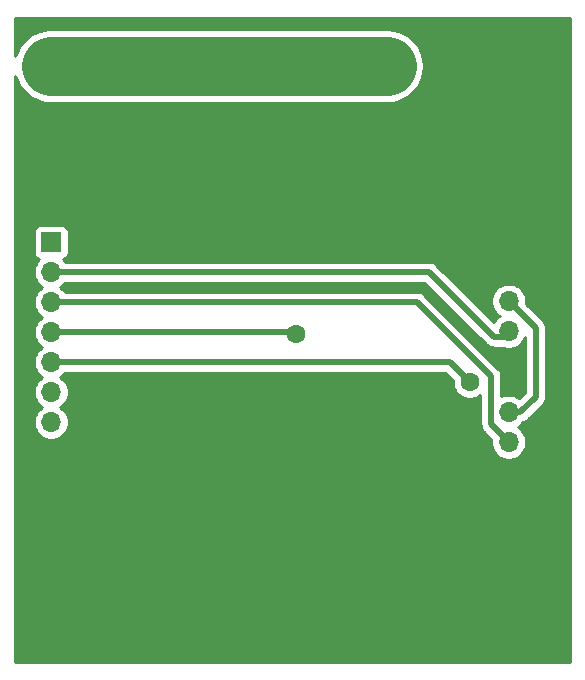
<source format=gbr>
G04 #@! TF.GenerationSoftware,KiCad,Pcbnew,5.1.5+dfsg1-2build2*
G04 #@! TF.CreationDate,2022-04-05T15:01:20-04:00*
G04 #@! TF.ProjectId,maghand,6d616768-616e-4642-9e6b-696361645f70,rev?*
G04 #@! TF.SameCoordinates,Original*
G04 #@! TF.FileFunction,Copper,L2,Bot*
G04 #@! TF.FilePolarity,Positive*
%FSLAX46Y46*%
G04 Gerber Fmt 4.6, Leading zero omitted, Abs format (unit mm)*
G04 Created by KiCad (PCBNEW 5.1.5+dfsg1-2build2) date 2022-04-05 15:01:20*
%MOMM*%
%LPD*%
G04 APERTURE LIST*
%ADD10O,1.700000X1.700000*%
%ADD11R,1.700000X1.700000*%
%ADD12C,2.000000*%
%ADD13C,1.600000*%
%ADD14C,5.000000*%
%ADD15C,0.500000*%
%ADD16C,0.254000*%
G04 APERTURE END LIST*
D10*
X126238000Y-52578000D03*
X126238000Y-55118000D03*
D11*
X126238000Y-57658000D03*
D10*
X126238000Y-61976000D03*
X126238000Y-64516000D03*
D11*
X126238000Y-67056000D03*
D10*
X87500000Y-65370000D03*
X87500000Y-62830000D03*
X87500000Y-60290000D03*
X87500000Y-57750000D03*
X87500000Y-55210000D03*
X87500000Y-52670000D03*
X87500000Y-50130000D03*
D11*
X87500000Y-47590000D03*
D12*
X87500000Y-32680000D03*
X99146000Y-32680000D03*
X115910000Y-32680000D03*
X92456000Y-40894000D03*
X100330000Y-69596000D03*
X102870000Y-69596000D03*
X114808000Y-69850000D03*
X117602000Y-69850000D03*
X115570000Y-78232000D03*
X118618000Y-78232000D03*
X121666000Y-78232000D03*
X94234000Y-46482000D03*
X91186000Y-59690000D03*
X107442000Y-60198000D03*
X87376000Y-73914000D03*
X87376000Y-77216000D03*
X124460000Y-37338000D03*
X107950000Y-37592000D03*
X92456000Y-38100000D03*
D13*
X120650000Y-43434000D03*
X108204000Y-55372000D03*
X122936000Y-59436000D03*
D14*
X115910000Y-32680000D02*
X87500000Y-32680000D01*
D15*
X128524000Y-54864000D02*
X126238000Y-52578000D01*
X128524000Y-60686000D02*
X128524000Y-54864000D01*
X127234000Y-61976000D02*
X128524000Y-60686000D01*
X125984000Y-61976000D02*
X127234000Y-61976000D01*
X108042000Y-55210000D02*
X108204000Y-55372000D01*
X87500000Y-55210000D02*
X108042000Y-55210000D01*
X89529599Y-57750000D02*
X87500000Y-57750000D01*
X121250000Y-57750000D02*
X89529599Y-57750000D01*
X122936000Y-59436000D02*
X121250000Y-57750000D01*
X125388001Y-63666001D02*
X126238000Y-64516000D01*
X124731599Y-63009599D02*
X125388001Y-63666001D01*
X124731599Y-58945599D02*
X124731599Y-63009599D01*
X118456000Y-52670000D02*
X124731599Y-58945599D01*
X87500000Y-52670000D02*
X118456000Y-52670000D01*
X124968000Y-55626000D02*
X119472000Y-50130000D01*
X119472000Y-50130000D02*
X87500000Y-50130000D01*
X125984000Y-55626000D02*
X124968000Y-55626000D01*
D16*
G36*
X131420001Y-83160000D02*
G01*
X84480000Y-83160000D01*
X84480000Y-46740000D01*
X86011928Y-46740000D01*
X86011928Y-48440000D01*
X86024188Y-48564482D01*
X86060498Y-48684180D01*
X86119463Y-48794494D01*
X86198815Y-48891185D01*
X86295506Y-48970537D01*
X86405820Y-49029502D01*
X86478380Y-49051513D01*
X86346525Y-49183368D01*
X86184010Y-49426589D01*
X86072068Y-49696842D01*
X86015000Y-49983740D01*
X86015000Y-50276260D01*
X86072068Y-50563158D01*
X86184010Y-50833411D01*
X86346525Y-51076632D01*
X86553368Y-51283475D01*
X86727760Y-51400000D01*
X86553368Y-51516525D01*
X86346525Y-51723368D01*
X86184010Y-51966589D01*
X86072068Y-52236842D01*
X86015000Y-52523740D01*
X86015000Y-52816260D01*
X86072068Y-53103158D01*
X86184010Y-53373411D01*
X86346525Y-53616632D01*
X86553368Y-53823475D01*
X86727760Y-53940000D01*
X86553368Y-54056525D01*
X86346525Y-54263368D01*
X86184010Y-54506589D01*
X86072068Y-54776842D01*
X86015000Y-55063740D01*
X86015000Y-55356260D01*
X86072068Y-55643158D01*
X86184010Y-55913411D01*
X86346525Y-56156632D01*
X86553368Y-56363475D01*
X86727760Y-56480000D01*
X86553368Y-56596525D01*
X86346525Y-56803368D01*
X86184010Y-57046589D01*
X86072068Y-57316842D01*
X86015000Y-57603740D01*
X86015000Y-57896260D01*
X86072068Y-58183158D01*
X86184010Y-58453411D01*
X86346525Y-58696632D01*
X86553368Y-58903475D01*
X86727760Y-59020000D01*
X86553368Y-59136525D01*
X86346525Y-59343368D01*
X86184010Y-59586589D01*
X86072068Y-59856842D01*
X86015000Y-60143740D01*
X86015000Y-60436260D01*
X86072068Y-60723158D01*
X86184010Y-60993411D01*
X86346525Y-61236632D01*
X86553368Y-61443475D01*
X86727760Y-61560000D01*
X86553368Y-61676525D01*
X86346525Y-61883368D01*
X86184010Y-62126589D01*
X86072068Y-62396842D01*
X86015000Y-62683740D01*
X86015000Y-62976260D01*
X86072068Y-63263158D01*
X86184010Y-63533411D01*
X86346525Y-63776632D01*
X86553368Y-63983475D01*
X86796589Y-64145990D01*
X87066842Y-64257932D01*
X87353740Y-64315000D01*
X87646260Y-64315000D01*
X87933158Y-64257932D01*
X88203411Y-64145990D01*
X88446632Y-63983475D01*
X88653475Y-63776632D01*
X88815990Y-63533411D01*
X88927932Y-63263158D01*
X88985000Y-62976260D01*
X88985000Y-62683740D01*
X88927932Y-62396842D01*
X88815990Y-62126589D01*
X88653475Y-61883368D01*
X88446632Y-61676525D01*
X88272240Y-61560000D01*
X88446632Y-61443475D01*
X88653475Y-61236632D01*
X88815990Y-60993411D01*
X88927932Y-60723158D01*
X88985000Y-60436260D01*
X88985000Y-60143740D01*
X88927932Y-59856842D01*
X88815990Y-59586589D01*
X88653475Y-59343368D01*
X88446632Y-59136525D01*
X88272240Y-59020000D01*
X88446632Y-58903475D01*
X88653475Y-58696632D01*
X88694656Y-58635000D01*
X120883422Y-58635000D01*
X121507983Y-59259561D01*
X121501000Y-59294665D01*
X121501000Y-59577335D01*
X121556147Y-59854574D01*
X121664320Y-60115727D01*
X121821363Y-60350759D01*
X122021241Y-60550637D01*
X122256273Y-60707680D01*
X122517426Y-60815853D01*
X122794665Y-60871000D01*
X123077335Y-60871000D01*
X123354574Y-60815853D01*
X123615727Y-60707680D01*
X123846599Y-60553416D01*
X123846600Y-62966120D01*
X123842318Y-63009599D01*
X123859404Y-63183089D01*
X123910011Y-63349912D01*
X123992189Y-63503658D01*
X124075067Y-63604645D01*
X124075070Y-63604648D01*
X124102783Y-63638416D01*
X124136550Y-63666128D01*
X124767461Y-64297040D01*
X124753000Y-64369740D01*
X124753000Y-64662260D01*
X124810068Y-64949158D01*
X124922010Y-65219411D01*
X125084525Y-65462632D01*
X125291368Y-65669475D01*
X125534589Y-65831990D01*
X125804842Y-65943932D01*
X126091740Y-66001000D01*
X126384260Y-66001000D01*
X126671158Y-65943932D01*
X126941411Y-65831990D01*
X127184632Y-65669475D01*
X127391475Y-65462632D01*
X127553990Y-65219411D01*
X127665932Y-64949158D01*
X127723000Y-64662260D01*
X127723000Y-64369740D01*
X127665932Y-64082842D01*
X127553990Y-63812589D01*
X127391475Y-63569368D01*
X127184632Y-63362525D01*
X127010240Y-63246000D01*
X127184632Y-63129475D01*
X127391475Y-62922632D01*
X127449785Y-62835365D01*
X127574313Y-62797589D01*
X127728059Y-62715411D01*
X127862817Y-62604817D01*
X127890534Y-62571044D01*
X129119050Y-61342529D01*
X129152817Y-61314817D01*
X129263411Y-61180059D01*
X129345589Y-61026313D01*
X129396195Y-60859490D01*
X129409000Y-60729477D01*
X129409000Y-60729467D01*
X129413281Y-60686001D01*
X129409000Y-60642535D01*
X129409000Y-54907465D01*
X129413281Y-54863999D01*
X129409000Y-54820533D01*
X129409000Y-54820523D01*
X129396195Y-54690510D01*
X129345589Y-54523687D01*
X129263411Y-54369941D01*
X129152817Y-54235183D01*
X129119049Y-54207470D01*
X127708539Y-52796960D01*
X127723000Y-52724260D01*
X127723000Y-52431740D01*
X127665932Y-52144842D01*
X127553990Y-51874589D01*
X127391475Y-51631368D01*
X127184632Y-51424525D01*
X126941411Y-51262010D01*
X126671158Y-51150068D01*
X126384260Y-51093000D01*
X126091740Y-51093000D01*
X125804842Y-51150068D01*
X125534589Y-51262010D01*
X125291368Y-51424525D01*
X125084525Y-51631368D01*
X124922010Y-51874589D01*
X124810068Y-52144842D01*
X124753000Y-52431740D01*
X124753000Y-52724260D01*
X124810068Y-53011158D01*
X124922010Y-53281411D01*
X125084525Y-53524632D01*
X125291368Y-53731475D01*
X125465760Y-53848000D01*
X125291368Y-53964525D01*
X125084525Y-54171368D01*
X124956520Y-54362941D01*
X120128534Y-49534956D01*
X120100817Y-49501183D01*
X119966059Y-49390589D01*
X119812313Y-49308411D01*
X119645490Y-49257805D01*
X119515477Y-49245000D01*
X119515469Y-49245000D01*
X119472000Y-49240719D01*
X119428531Y-49245000D01*
X88694656Y-49245000D01*
X88653475Y-49183368D01*
X88521620Y-49051513D01*
X88594180Y-49029502D01*
X88704494Y-48970537D01*
X88801185Y-48891185D01*
X88880537Y-48794494D01*
X88939502Y-48684180D01*
X88975812Y-48564482D01*
X88988072Y-48440000D01*
X88988072Y-46740000D01*
X88975812Y-46615518D01*
X88939502Y-46495820D01*
X88880537Y-46385506D01*
X88801185Y-46288815D01*
X88704494Y-46209463D01*
X88594180Y-46150498D01*
X88474482Y-46114188D01*
X88350000Y-46101928D01*
X86650000Y-46101928D01*
X86525518Y-46114188D01*
X86405820Y-46150498D01*
X86295506Y-46209463D01*
X86198815Y-46288815D01*
X86119463Y-46385506D01*
X86060498Y-46495820D01*
X86024188Y-46615518D01*
X86011928Y-46740000D01*
X84480000Y-46740000D01*
X84480000Y-33524134D01*
X84589624Y-33885517D01*
X84880731Y-34430140D01*
X85272495Y-34907505D01*
X85749860Y-35299269D01*
X86294483Y-35590376D01*
X86885433Y-35769638D01*
X87345998Y-35815000D01*
X116064002Y-35815000D01*
X116524567Y-35769638D01*
X117115517Y-35590376D01*
X117660140Y-35299269D01*
X118137505Y-34907505D01*
X118529269Y-34430140D01*
X118820376Y-33885517D01*
X118999638Y-33294567D01*
X119060168Y-32680000D01*
X118999638Y-32065433D01*
X118820376Y-31474483D01*
X118529269Y-30929860D01*
X118137505Y-30452495D01*
X117660140Y-30060731D01*
X117115517Y-29769624D01*
X116524567Y-29590362D01*
X116064002Y-29545000D01*
X87345998Y-29545000D01*
X86885433Y-29590362D01*
X86294483Y-29769624D01*
X85749860Y-30060731D01*
X85272495Y-30452495D01*
X84880731Y-30929860D01*
X84589624Y-31474483D01*
X84480000Y-31835866D01*
X84480000Y-28600000D01*
X131420000Y-28600000D01*
X131420001Y-83160000D01*
G37*
X131420001Y-83160000D02*
X84480000Y-83160000D01*
X84480000Y-46740000D01*
X86011928Y-46740000D01*
X86011928Y-48440000D01*
X86024188Y-48564482D01*
X86060498Y-48684180D01*
X86119463Y-48794494D01*
X86198815Y-48891185D01*
X86295506Y-48970537D01*
X86405820Y-49029502D01*
X86478380Y-49051513D01*
X86346525Y-49183368D01*
X86184010Y-49426589D01*
X86072068Y-49696842D01*
X86015000Y-49983740D01*
X86015000Y-50276260D01*
X86072068Y-50563158D01*
X86184010Y-50833411D01*
X86346525Y-51076632D01*
X86553368Y-51283475D01*
X86727760Y-51400000D01*
X86553368Y-51516525D01*
X86346525Y-51723368D01*
X86184010Y-51966589D01*
X86072068Y-52236842D01*
X86015000Y-52523740D01*
X86015000Y-52816260D01*
X86072068Y-53103158D01*
X86184010Y-53373411D01*
X86346525Y-53616632D01*
X86553368Y-53823475D01*
X86727760Y-53940000D01*
X86553368Y-54056525D01*
X86346525Y-54263368D01*
X86184010Y-54506589D01*
X86072068Y-54776842D01*
X86015000Y-55063740D01*
X86015000Y-55356260D01*
X86072068Y-55643158D01*
X86184010Y-55913411D01*
X86346525Y-56156632D01*
X86553368Y-56363475D01*
X86727760Y-56480000D01*
X86553368Y-56596525D01*
X86346525Y-56803368D01*
X86184010Y-57046589D01*
X86072068Y-57316842D01*
X86015000Y-57603740D01*
X86015000Y-57896260D01*
X86072068Y-58183158D01*
X86184010Y-58453411D01*
X86346525Y-58696632D01*
X86553368Y-58903475D01*
X86727760Y-59020000D01*
X86553368Y-59136525D01*
X86346525Y-59343368D01*
X86184010Y-59586589D01*
X86072068Y-59856842D01*
X86015000Y-60143740D01*
X86015000Y-60436260D01*
X86072068Y-60723158D01*
X86184010Y-60993411D01*
X86346525Y-61236632D01*
X86553368Y-61443475D01*
X86727760Y-61560000D01*
X86553368Y-61676525D01*
X86346525Y-61883368D01*
X86184010Y-62126589D01*
X86072068Y-62396842D01*
X86015000Y-62683740D01*
X86015000Y-62976260D01*
X86072068Y-63263158D01*
X86184010Y-63533411D01*
X86346525Y-63776632D01*
X86553368Y-63983475D01*
X86796589Y-64145990D01*
X87066842Y-64257932D01*
X87353740Y-64315000D01*
X87646260Y-64315000D01*
X87933158Y-64257932D01*
X88203411Y-64145990D01*
X88446632Y-63983475D01*
X88653475Y-63776632D01*
X88815990Y-63533411D01*
X88927932Y-63263158D01*
X88985000Y-62976260D01*
X88985000Y-62683740D01*
X88927932Y-62396842D01*
X88815990Y-62126589D01*
X88653475Y-61883368D01*
X88446632Y-61676525D01*
X88272240Y-61560000D01*
X88446632Y-61443475D01*
X88653475Y-61236632D01*
X88815990Y-60993411D01*
X88927932Y-60723158D01*
X88985000Y-60436260D01*
X88985000Y-60143740D01*
X88927932Y-59856842D01*
X88815990Y-59586589D01*
X88653475Y-59343368D01*
X88446632Y-59136525D01*
X88272240Y-59020000D01*
X88446632Y-58903475D01*
X88653475Y-58696632D01*
X88694656Y-58635000D01*
X120883422Y-58635000D01*
X121507983Y-59259561D01*
X121501000Y-59294665D01*
X121501000Y-59577335D01*
X121556147Y-59854574D01*
X121664320Y-60115727D01*
X121821363Y-60350759D01*
X122021241Y-60550637D01*
X122256273Y-60707680D01*
X122517426Y-60815853D01*
X122794665Y-60871000D01*
X123077335Y-60871000D01*
X123354574Y-60815853D01*
X123615727Y-60707680D01*
X123846599Y-60553416D01*
X123846600Y-62966120D01*
X123842318Y-63009599D01*
X123859404Y-63183089D01*
X123910011Y-63349912D01*
X123992189Y-63503658D01*
X124075067Y-63604645D01*
X124075070Y-63604648D01*
X124102783Y-63638416D01*
X124136550Y-63666128D01*
X124767461Y-64297040D01*
X124753000Y-64369740D01*
X124753000Y-64662260D01*
X124810068Y-64949158D01*
X124922010Y-65219411D01*
X125084525Y-65462632D01*
X125291368Y-65669475D01*
X125534589Y-65831990D01*
X125804842Y-65943932D01*
X126091740Y-66001000D01*
X126384260Y-66001000D01*
X126671158Y-65943932D01*
X126941411Y-65831990D01*
X127184632Y-65669475D01*
X127391475Y-65462632D01*
X127553990Y-65219411D01*
X127665932Y-64949158D01*
X127723000Y-64662260D01*
X127723000Y-64369740D01*
X127665932Y-64082842D01*
X127553990Y-63812589D01*
X127391475Y-63569368D01*
X127184632Y-63362525D01*
X127010240Y-63246000D01*
X127184632Y-63129475D01*
X127391475Y-62922632D01*
X127449785Y-62835365D01*
X127574313Y-62797589D01*
X127728059Y-62715411D01*
X127862817Y-62604817D01*
X127890534Y-62571044D01*
X129119050Y-61342529D01*
X129152817Y-61314817D01*
X129263411Y-61180059D01*
X129345589Y-61026313D01*
X129396195Y-60859490D01*
X129409000Y-60729477D01*
X129409000Y-60729467D01*
X129413281Y-60686001D01*
X129409000Y-60642535D01*
X129409000Y-54907465D01*
X129413281Y-54863999D01*
X129409000Y-54820533D01*
X129409000Y-54820523D01*
X129396195Y-54690510D01*
X129345589Y-54523687D01*
X129263411Y-54369941D01*
X129152817Y-54235183D01*
X129119049Y-54207470D01*
X127708539Y-52796960D01*
X127723000Y-52724260D01*
X127723000Y-52431740D01*
X127665932Y-52144842D01*
X127553990Y-51874589D01*
X127391475Y-51631368D01*
X127184632Y-51424525D01*
X126941411Y-51262010D01*
X126671158Y-51150068D01*
X126384260Y-51093000D01*
X126091740Y-51093000D01*
X125804842Y-51150068D01*
X125534589Y-51262010D01*
X125291368Y-51424525D01*
X125084525Y-51631368D01*
X124922010Y-51874589D01*
X124810068Y-52144842D01*
X124753000Y-52431740D01*
X124753000Y-52724260D01*
X124810068Y-53011158D01*
X124922010Y-53281411D01*
X125084525Y-53524632D01*
X125291368Y-53731475D01*
X125465760Y-53848000D01*
X125291368Y-53964525D01*
X125084525Y-54171368D01*
X124956520Y-54362941D01*
X120128534Y-49534956D01*
X120100817Y-49501183D01*
X119966059Y-49390589D01*
X119812313Y-49308411D01*
X119645490Y-49257805D01*
X119515477Y-49245000D01*
X119515469Y-49245000D01*
X119472000Y-49240719D01*
X119428531Y-49245000D01*
X88694656Y-49245000D01*
X88653475Y-49183368D01*
X88521620Y-49051513D01*
X88594180Y-49029502D01*
X88704494Y-48970537D01*
X88801185Y-48891185D01*
X88880537Y-48794494D01*
X88939502Y-48684180D01*
X88975812Y-48564482D01*
X88988072Y-48440000D01*
X88988072Y-46740000D01*
X88975812Y-46615518D01*
X88939502Y-46495820D01*
X88880537Y-46385506D01*
X88801185Y-46288815D01*
X88704494Y-46209463D01*
X88594180Y-46150498D01*
X88474482Y-46114188D01*
X88350000Y-46101928D01*
X86650000Y-46101928D01*
X86525518Y-46114188D01*
X86405820Y-46150498D01*
X86295506Y-46209463D01*
X86198815Y-46288815D01*
X86119463Y-46385506D01*
X86060498Y-46495820D01*
X86024188Y-46615518D01*
X86011928Y-46740000D01*
X84480000Y-46740000D01*
X84480000Y-33524134D01*
X84589624Y-33885517D01*
X84880731Y-34430140D01*
X85272495Y-34907505D01*
X85749860Y-35299269D01*
X86294483Y-35590376D01*
X86885433Y-35769638D01*
X87345998Y-35815000D01*
X116064002Y-35815000D01*
X116524567Y-35769638D01*
X117115517Y-35590376D01*
X117660140Y-35299269D01*
X118137505Y-34907505D01*
X118529269Y-34430140D01*
X118820376Y-33885517D01*
X118999638Y-33294567D01*
X119060168Y-32680000D01*
X118999638Y-32065433D01*
X118820376Y-31474483D01*
X118529269Y-30929860D01*
X118137505Y-30452495D01*
X117660140Y-30060731D01*
X117115517Y-29769624D01*
X116524567Y-29590362D01*
X116064002Y-29545000D01*
X87345998Y-29545000D01*
X86885433Y-29590362D01*
X86294483Y-29769624D01*
X85749860Y-30060731D01*
X85272495Y-30452495D01*
X84880731Y-30929860D01*
X84589624Y-31474483D01*
X84480000Y-31835866D01*
X84480000Y-28600000D01*
X131420000Y-28600000D01*
X131420001Y-83160000D01*
G36*
X124311470Y-56221049D02*
G01*
X124339183Y-56254817D01*
X124372951Y-56282530D01*
X124372953Y-56282532D01*
X124378104Y-56286759D01*
X124473941Y-56365411D01*
X124627687Y-56447589D01*
X124794510Y-56498195D01*
X124924523Y-56511000D01*
X124924531Y-56511000D01*
X124968000Y-56515281D01*
X125011469Y-56511000D01*
X125720508Y-56511000D01*
X125804842Y-56545932D01*
X126091740Y-56603000D01*
X126384260Y-56603000D01*
X126671158Y-56545932D01*
X126941411Y-56433990D01*
X127184632Y-56271475D01*
X127391475Y-56064632D01*
X127553990Y-55821411D01*
X127639001Y-55616176D01*
X127639000Y-60319421D01*
X127155417Y-60803004D01*
X126941411Y-60660010D01*
X126671158Y-60548068D01*
X126384260Y-60491000D01*
X126091740Y-60491000D01*
X125804842Y-60548068D01*
X125616599Y-60626040D01*
X125616599Y-58989064D01*
X125620880Y-58945598D01*
X125616599Y-58902132D01*
X125616599Y-58902122D01*
X125603794Y-58772109D01*
X125553188Y-58605286D01*
X125471010Y-58451540D01*
X125446809Y-58422051D01*
X125388131Y-58350552D01*
X125388129Y-58350550D01*
X125360416Y-58316782D01*
X125326650Y-58289071D01*
X119112534Y-52074956D01*
X119084817Y-52041183D01*
X118950059Y-51930589D01*
X118796313Y-51848411D01*
X118629490Y-51797805D01*
X118499477Y-51785000D01*
X118499469Y-51785000D01*
X118456000Y-51780719D01*
X118412531Y-51785000D01*
X88694656Y-51785000D01*
X88653475Y-51723368D01*
X88446632Y-51516525D01*
X88272240Y-51400000D01*
X88446632Y-51283475D01*
X88653475Y-51076632D01*
X88694656Y-51015000D01*
X119105422Y-51015000D01*
X124311470Y-56221049D01*
G37*
X124311470Y-56221049D02*
X124339183Y-56254817D01*
X124372951Y-56282530D01*
X124372953Y-56282532D01*
X124378104Y-56286759D01*
X124473941Y-56365411D01*
X124627687Y-56447589D01*
X124794510Y-56498195D01*
X124924523Y-56511000D01*
X124924531Y-56511000D01*
X124968000Y-56515281D01*
X125011469Y-56511000D01*
X125720508Y-56511000D01*
X125804842Y-56545932D01*
X126091740Y-56603000D01*
X126384260Y-56603000D01*
X126671158Y-56545932D01*
X126941411Y-56433990D01*
X127184632Y-56271475D01*
X127391475Y-56064632D01*
X127553990Y-55821411D01*
X127639001Y-55616176D01*
X127639000Y-60319421D01*
X127155417Y-60803004D01*
X126941411Y-60660010D01*
X126671158Y-60548068D01*
X126384260Y-60491000D01*
X126091740Y-60491000D01*
X125804842Y-60548068D01*
X125616599Y-60626040D01*
X125616599Y-58989064D01*
X125620880Y-58945598D01*
X125616599Y-58902132D01*
X125616599Y-58902122D01*
X125603794Y-58772109D01*
X125553188Y-58605286D01*
X125471010Y-58451540D01*
X125446809Y-58422051D01*
X125388131Y-58350552D01*
X125388129Y-58350550D01*
X125360416Y-58316782D01*
X125326650Y-58289071D01*
X119112534Y-52074956D01*
X119084817Y-52041183D01*
X118950059Y-51930589D01*
X118796313Y-51848411D01*
X118629490Y-51797805D01*
X118499477Y-51785000D01*
X118499469Y-51785000D01*
X118456000Y-51780719D01*
X118412531Y-51785000D01*
X88694656Y-51785000D01*
X88653475Y-51723368D01*
X88446632Y-51516525D01*
X88272240Y-51400000D01*
X88446632Y-51283475D01*
X88653475Y-51076632D01*
X88694656Y-51015000D01*
X119105422Y-51015000D01*
X124311470Y-56221049D01*
M02*

</source>
